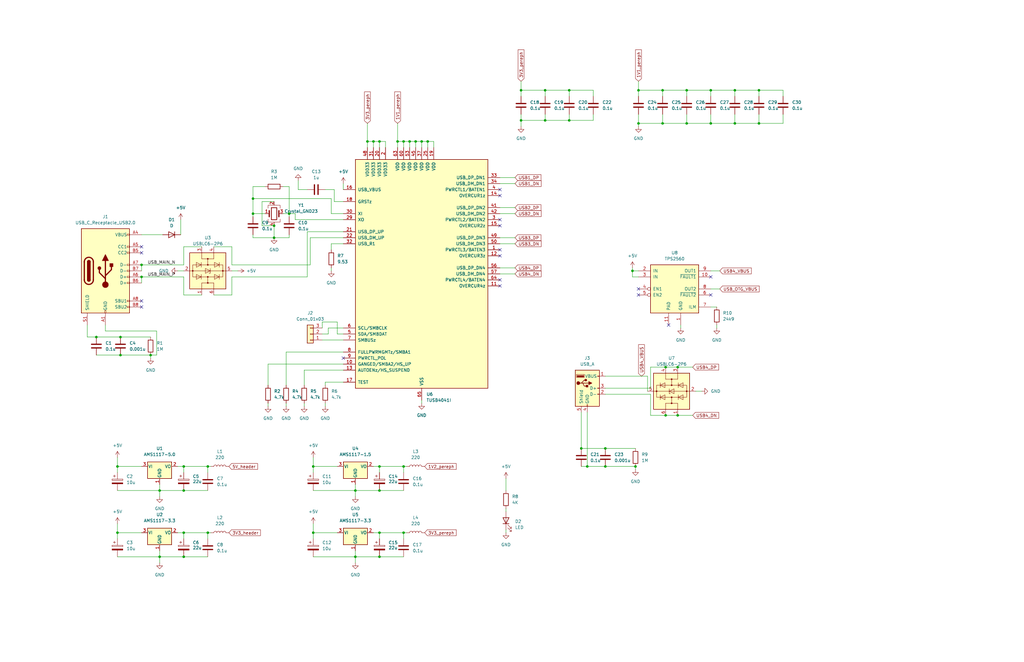
<source format=kicad_sch>
(kicad_sch (version 20211123) (generator eeschema)
  (paper "User" 431.8 279.4)
  (junction (at 167.64 59.69))
  (junction (at 170.18 59.69))
  (junction (at 49.53 196.85))
  (junction (at 154.94 59.69))
  (junction (at 77.47 207.01))
  (junction (at 299.72 38.1))
  (junction (at 50.8 142.24))
  (junction (at 175.26 59.69))
  (junction (at 269.24 52.07))
  (junction (at 77.47 196.85))
  (junction (at 149.86 234.95))
  (junction (at 87.63 224.79))
  (junction (at 255.27 196.85))
  (junction (at 289.56 38.1))
  (junction (at 160.02 196.85))
  (junction (at 280.67 154.94))
  (junction (at 121.92 90.17))
  (junction (at 240.03 38.1))
  (junction (at 106.68 90.17))
  (junction (at 266.7 114.3))
  (junction (at 269.24 38.1))
  (junction (at 59.69 116.84))
  (junction (at 299.72 52.07))
  (junction (at 115.57 100.33))
  (junction (at 320.04 52.07))
  (junction (at 285.75 175.26))
  (junction (at 67.31 234.95))
  (junction (at 132.08 224.79))
  (junction (at 160.02 207.01))
  (junction (at 172.72 59.69))
  (junction (at 77.47 234.95))
  (junction (at 49.53 224.79))
  (junction (at 289.56 52.07))
  (junction (at 180.34 59.69))
  (junction (at 132.08 196.85))
  (junction (at 106.68 83.82))
  (junction (at 320.04 38.1))
  (junction (at 267.97 196.85))
  (junction (at 177.8 59.69))
  (junction (at 279.4 52.07))
  (junction (at 63.5 149.86))
  (junction (at 40.64 142.24))
  (junction (at 309.88 52.07))
  (junction (at 255.27 189.23))
  (junction (at 280.67 175.26))
  (junction (at 240.03 50.8))
  (junction (at 160.02 234.95))
  (junction (at 160.02 224.79))
  (junction (at 87.63 196.85))
  (junction (at 245.11 189.23))
  (junction (at 309.88 38.1))
  (junction (at 157.48 59.69))
  (junction (at 77.47 224.79))
  (junction (at 279.4 38.1))
  (junction (at 160.02 59.69))
  (junction (at 229.87 50.8))
  (junction (at 50.8 149.86))
  (junction (at 219.71 50.8))
  (junction (at 285.75 154.94))
  (junction (at 170.18 224.79))
  (junction (at 170.18 196.85))
  (junction (at 67.31 207.01))
  (junction (at 229.87 38.1))
  (junction (at 247.65 196.85))
  (junction (at 149.86 207.01))
  (junction (at 219.71 38.1))
  (junction (at 59.69 111.76))
  (junction (at 115.57 95.25))
  (no_connect (at 59.69 104.14))
  (no_connect (at 59.69 106.68))
  (no_connect (at 59.69 127))
  (no_connect (at 59.69 129.54))
  (no_connect (at 299.72 116.84))
  (no_connect (at 299.72 124.46))
  (no_connect (at 269.24 124.46))
  (no_connect (at 269.24 121.92))
  (no_connect (at 281.94 137.16))
  (no_connect (at 144.78 151.13))
  (no_connect (at 210.82 80.01))
  (no_connect (at 210.82 82.55))
  (no_connect (at 210.82 92.71))
  (no_connect (at 210.82 95.25))
  (no_connect (at 210.82 105.41))
  (no_connect (at 210.82 107.95))
  (no_connect (at 210.82 118.11))
  (no_connect (at 210.82 120.65))
  (wire (pts (xy 289.56 40.64) (xy 289.56 38.1)))
  (wire (pts (xy 138.43 138.43) (xy 138.43 140.97)))
  (wire (pts (xy 97.79 116.84) (xy 97.79 124.46)))
  (wire (pts (xy 144.78 90.17) (xy 139.7 90.17)))
  (wire (pts (xy 77.47 224.79) (xy 87.63 224.79)))
  (wire (pts (xy 87.63 224.79) (xy 87.63 227.33)))
  (wire (pts (xy 49.53 196.85) (xy 59.69 196.85)))
  (wire (pts (xy 132.08 196.85) (xy 142.24 196.85)))
  (wire (pts (xy 77.47 111.76) (xy 77.47 104.14)))
  (wire (pts (xy 139.7 90.17) (xy 139.7 83.82)))
  (wire (pts (xy 97.79 111.76) (xy 130.81 111.76)))
  (wire (pts (xy 139.7 102.87) (xy 144.78 102.87)))
  (wire (pts (xy 125.73 80.01) (xy 129.54 80.01)))
  (wire (pts (xy 50.8 142.24) (xy 63.5 142.24)))
  (wire (pts (xy 330.2 48.26) (xy 330.2 52.07)))
  (wire (pts (xy 180.34 59.69) (xy 180.34 62.23)))
  (wire (pts (xy 132.08 227.33) (xy 132.08 224.79)))
  (wire (pts (xy 210.82 100.33) (xy 217.17 100.33)))
  (wire (pts (xy 125.73 76.2) (xy 125.73 80.01)))
  (wire (pts (xy 44.45 139.7) (xy 66.04 139.7)))
  (wire (pts (xy 219.71 34.29) (xy 219.71 38.1)))
  (wire (pts (xy 76.2 92.71) (xy 76.2 99.06)))
  (wire (pts (xy 77.47 227.33) (xy 77.47 224.79)))
  (wire (pts (xy 229.87 38.1) (xy 240.03 38.1)))
  (wire (pts (xy 219.71 48.26) (xy 219.71 50.8)))
  (wire (pts (xy 266.7 116.84) (xy 269.24 116.84)))
  (wire (pts (xy 142.24 135.89) (xy 135.89 135.89)))
  (wire (pts (xy 144.78 153.67) (xy 113.03 153.67)))
  (wire (pts (xy 172.72 59.69) (xy 172.72 62.23)))
  (wire (pts (xy 66.04 139.7) (xy 66.04 149.86)))
  (wire (pts (xy 130.81 100.33) (xy 144.78 100.33)))
  (wire (pts (xy 279.4 38.1) (xy 279.4 40.64)))
  (wire (pts (xy 219.71 38.1) (xy 219.71 40.64)))
  (wire (pts (xy 175.26 59.69) (xy 175.26 62.23)))
  (wire (pts (xy 144.78 92.71) (xy 124.46 92.71)))
  (wire (pts (xy 120.65 148.59) (xy 144.78 148.59)))
  (wire (pts (xy 149.86 234.95) (xy 149.86 237.49)))
  (wire (pts (xy 74.93 196.85) (xy 77.47 196.85)))
  (wire (pts (xy 77.47 207.01) (xy 87.63 207.01)))
  (wire (pts (xy 49.53 207.01) (xy 67.31 207.01)))
  (wire (pts (xy 132.08 207.01) (xy 149.86 207.01)))
  (wire (pts (xy 240.03 38.1) (xy 240.03 40.64)))
  (wire (pts (xy 130.81 111.76) (xy 130.81 100.33)))
  (wire (pts (xy 289.56 38.1) (xy 299.72 38.1)))
  (wire (pts (xy 139.7 105.41) (xy 139.7 102.87)))
  (wire (pts (xy 142.24 140.97) (xy 142.24 135.89)))
  (wire (pts (xy 157.48 196.85) (xy 160.02 196.85)))
  (wire (pts (xy 170.18 224.79) (xy 171.45 224.79)))
  (wire (pts (xy 135.89 143.51) (xy 144.78 143.51)))
  (wire (pts (xy 269.24 34.29) (xy 269.24 38.1)))
  (wire (pts (xy 137.16 170.18) (xy 137.16 171.45)))
  (wire (pts (xy 285.75 154.94) (xy 292.1 154.94)))
  (wire (pts (xy 67.31 207.01) (xy 67.31 204.47)))
  (wire (pts (xy 266.7 114.3) (xy 266.7 116.84)))
  (wire (pts (xy 137.16 161.29) (xy 144.78 161.29)))
  (wire (pts (xy 247.65 196.85) (xy 255.27 196.85)))
  (wire (pts (xy 320.04 38.1) (xy 330.2 38.1)))
  (wire (pts (xy 167.64 52.07) (xy 167.64 59.69)))
  (wire (pts (xy 219.71 50.8) (xy 229.87 50.8)))
  (wire (pts (xy 87.63 196.85) (xy 88.9 196.85)))
  (wire (pts (xy 67.31 207.01) (xy 67.31 209.55)))
  (wire (pts (xy 128.27 170.18) (xy 128.27 171.45)))
  (wire (pts (xy 240.03 50.8) (xy 250.19 50.8)))
  (wire (pts (xy 160.02 199.39) (xy 160.02 196.85)))
  (wire (pts (xy 299.72 52.07) (xy 309.88 52.07)))
  (wire (pts (xy 44.45 137.16) (xy 44.45 139.7)))
  (wire (pts (xy 49.53 220.98) (xy 49.53 224.79)))
  (wire (pts (xy 149.86 207.01) (xy 160.02 207.01)))
  (wire (pts (xy 49.53 224.79) (xy 59.69 224.79)))
  (wire (pts (xy 110.49 85.09) (xy 110.49 95.25)))
  (wire (pts (xy 121.92 78.74) (xy 121.92 90.17)))
  (wire (pts (xy 280.67 175.26) (xy 285.75 175.26)))
  (wire (pts (xy 160.02 196.85) (xy 170.18 196.85)))
  (wire (pts (xy 210.82 77.47) (xy 217.17 77.47)))
  (wire (pts (xy 129.54 97.79) (xy 144.78 97.79)))
  (wire (pts (xy 132.08 234.95) (xy 149.86 234.95)))
  (wire (pts (xy 266.7 113.03) (xy 266.7 114.3)))
  (wire (pts (xy 274.32 163.83) (xy 274.32 154.94)))
  (wire (pts (xy 50.8 149.86) (xy 63.5 149.86)))
  (wire (pts (xy 279.4 38.1) (xy 289.56 38.1)))
  (wire (pts (xy 149.86 234.95) (xy 149.86 232.41)))
  (wire (pts (xy 121.92 99.06) (xy 121.92 100.33)))
  (wire (pts (xy 67.31 234.95) (xy 77.47 234.95)))
  (wire (pts (xy 182.88 62.23) (xy 182.88 59.69)))
  (wire (pts (xy 137.16 162.56) (xy 137.16 161.29)))
  (wire (pts (xy 210.82 87.63) (xy 217.17 87.63)))
  (wire (pts (xy 124.46 92.71) (xy 124.46 90.17)))
  (wire (pts (xy 255.27 163.83) (xy 274.32 163.83)))
  (wire (pts (xy 267.97 196.85) (xy 267.97 198.12)))
  (wire (pts (xy 132.08 224.79) (xy 142.24 224.79)))
  (wire (pts (xy 287.02 137.16) (xy 287.02 138.43)))
  (wire (pts (xy 49.53 199.39) (xy 49.53 196.85)))
  (wire (pts (xy 106.68 90.17) (xy 111.76 90.17)))
  (wire (pts (xy 132.08 220.98) (xy 132.08 224.79)))
  (wire (pts (xy 97.79 114.3) (xy 100.33 114.3)))
  (wire (pts (xy 160.02 59.69) (xy 160.02 62.23)))
  (wire (pts (xy 74.93 114.3) (xy 77.47 114.3)))
  (wire (pts (xy 106.68 100.33) (xy 115.57 100.33)))
  (wire (pts (xy 213.36 223.52) (xy 213.36 224.79)))
  (wire (pts (xy 177.8 168.91) (xy 177.8 170.18)))
  (wire (pts (xy 135.89 135.89) (xy 135.89 138.43)))
  (wire (pts (xy 269.24 48.26) (xy 269.24 52.07)))
  (wire (pts (xy 210.82 113.03) (xy 217.17 113.03)))
  (wire (pts (xy 299.72 38.1) (xy 299.72 40.64)))
  (wire (pts (xy 280.67 154.94) (xy 285.75 154.94)))
  (wire (pts (xy 59.69 111.76) (xy 77.47 111.76)))
  (wire (pts (xy 160.02 234.95) (xy 170.18 234.95)))
  (wire (pts (xy 111.76 78.74) (xy 106.68 78.74)))
  (wire (pts (xy 77.47 116.84) (xy 77.47 124.46)))
  (wire (pts (xy 115.57 95.25) (xy 115.57 100.33)))
  (wire (pts (xy 289.56 48.26) (xy 289.56 52.07)))
  (wire (pts (xy 139.7 113.03) (xy 139.7 114.3)))
  (wire (pts (xy 240.03 38.1) (xy 250.19 38.1)))
  (wire (pts (xy 320.04 52.07) (xy 330.2 52.07)))
  (wire (pts (xy 144.78 140.97) (xy 142.24 140.97)))
  (wire (pts (xy 67.31 207.01) (xy 77.47 207.01)))
  (wire (pts (xy 229.87 48.26) (xy 229.87 50.8)))
  (wire (pts (xy 106.68 78.74) (xy 106.68 83.82)))
  (wire (pts (xy 162.56 62.23) (xy 162.56 59.69)))
  (wire (pts (xy 160.02 227.33) (xy 160.02 224.79)))
  (wire (pts (xy 269.24 52.07) (xy 269.24 53.34)))
  (wire (pts (xy 210.82 102.87) (xy 217.17 102.87)))
  (wire (pts (xy 137.16 80.01) (xy 140.97 80.01)))
  (wire (pts (xy 106.68 91.44) (xy 106.68 90.17)))
  (wire (pts (xy 210.82 115.57) (xy 217.17 115.57)))
  (wire (pts (xy 177.8 59.69) (xy 180.34 59.69)))
  (wire (pts (xy 132.08 199.39) (xy 132.08 196.85)))
  (wire (pts (xy 170.18 59.69) (xy 172.72 59.69)))
  (wire (pts (xy 245.11 189.23) (xy 255.27 189.23)))
  (wire (pts (xy 106.68 99.06) (xy 106.68 100.33)))
  (wire (pts (xy 87.63 196.85) (xy 87.63 199.39)))
  (wire (pts (xy 149.86 234.95) (xy 160.02 234.95)))
  (wire (pts (xy 128.27 156.21) (xy 128.27 162.56)))
  (wire (pts (xy 139.7 83.82) (xy 106.68 83.82)))
  (wire (pts (xy 250.19 48.26) (xy 250.19 50.8)))
  (wire (pts (xy 170.18 59.69) (xy 170.18 62.23)))
  (wire (pts (xy 77.47 234.95) (xy 87.63 234.95)))
  (wire (pts (xy 167.64 59.69) (xy 170.18 59.69)))
  (wire (pts (xy 49.53 227.33) (xy 49.53 224.79)))
  (wire (pts (xy 299.72 114.3) (xy 303.53 114.3)))
  (wire (pts (xy 320.04 48.26) (xy 320.04 52.07)))
  (wire (pts (xy 154.94 52.07) (xy 154.94 59.69)))
  (wire (pts (xy 140.97 80.01) (xy 140.97 85.09)))
  (wire (pts (xy 160.02 207.01) (xy 170.18 207.01)))
  (wire (pts (xy 87.63 224.79) (xy 88.9 224.79)))
  (wire (pts (xy 170.18 196.85) (xy 171.45 196.85)))
  (wire (pts (xy 320.04 38.1) (xy 320.04 40.64)))
  (wire (pts (xy 59.69 116.84) (xy 77.47 116.84)))
  (wire (pts (xy 49.53 193.04) (xy 49.53 196.85)))
  (wire (pts (xy 97.79 124.46) (xy 90.17 124.46)))
  (wire (pts (xy 149.86 207.01) (xy 149.86 209.55)))
  (wire (pts (xy 144.78 156.21) (xy 128.27 156.21)))
  (wire (pts (xy 36.83 137.16) (xy 36.83 142.24)))
  (wire (pts (xy 77.47 196.85) (xy 87.63 196.85)))
  (wire (pts (xy 170.18 196.85) (xy 170.18 199.39)))
  (wire (pts (xy 170.18 224.79) (xy 170.18 227.33)))
  (wire (pts (xy 309.88 38.1) (xy 320.04 38.1)))
  (wire (pts (xy 154.94 59.69) (xy 157.48 59.69)))
  (wire (pts (xy 255.27 166.37) (xy 274.32 166.37)))
  (wire (pts (xy 157.48 59.69) (xy 157.48 62.23)))
  (wire (pts (xy 309.88 38.1) (xy 309.88 40.64)))
  (wire (pts (xy 110.49 95.25) (xy 115.57 95.25)))
  (wire (pts (xy 110.49 85.09) (xy 115.57 85.09)))
  (wire (pts (xy 40.64 149.86) (xy 50.8 149.86)))
  (wire (pts (xy 229.87 38.1) (xy 229.87 40.64)))
  (wire (pts (xy 97.79 104.14) (xy 90.17 104.14)))
  (wire (pts (xy 177.8 59.69) (xy 177.8 62.23)))
  (wire (pts (xy 121.92 100.33) (xy 115.57 100.33)))
  (wire (pts (xy 66.04 149.86) (xy 63.5 149.86)))
  (wire (pts (xy 113.03 170.18) (xy 113.03 171.45)))
  (wire (pts (xy 274.32 175.26) (xy 280.67 175.26)))
  (wire (pts (xy 67.31 234.95) (xy 67.31 232.41)))
  (wire (pts (xy 77.47 199.39) (xy 77.47 196.85)))
  (wire (pts (xy 299.72 48.26) (xy 299.72 52.07)))
  (wire (pts (xy 266.7 114.3) (xy 269.24 114.3)))
  (wire (pts (xy 157.48 224.79) (xy 160.02 224.79)))
  (wire (pts (xy 140.97 85.09) (xy 144.78 85.09)))
  (wire (pts (xy 67.31 234.95) (xy 67.31 237.49)))
  (wire (pts (xy 157.48 59.69) (xy 160.02 59.69)))
  (wire (pts (xy 77.47 104.14) (xy 85.09 104.14)))
  (wire (pts (xy 97.79 111.76) (xy 97.79 104.14)))
  (wire (pts (xy 160.02 59.69) (xy 162.56 59.69)))
  (wire (pts (xy 279.4 52.07) (xy 289.56 52.07)))
  (wire (pts (xy 309.88 52.07) (xy 320.04 52.07)))
  (wire (pts (xy 113.03 153.67) (xy 113.03 162.56)))
  (wire (pts (xy 97.79 116.84) (xy 129.54 116.84)))
  (wire (pts (xy 250.19 40.64) (xy 250.19 38.1)))
  (wire (pts (xy 289.56 52.07) (xy 299.72 52.07)))
  (wire (pts (xy 273.05 165.1) (xy 273.05 158.75)))
  (wire (pts (xy 144.78 138.43) (xy 138.43 138.43)))
  (wire (pts (xy 293.37 165.1) (xy 295.91 165.1)))
  (wire (pts (xy 299.72 38.1) (xy 309.88 38.1)))
  (wire (pts (xy 240.03 48.26) (xy 240.03 50.8)))
  (wire (pts (xy 40.64 142.24) (xy 50.8 142.24)))
  (wire (pts (xy 132.08 193.04) (xy 132.08 196.85)))
  (wire (pts (xy 129.54 116.84) (xy 129.54 97.79)))
  (wire (pts (xy 299.72 121.92) (xy 303.53 121.92)))
  (wire (pts (xy 175.26 59.69) (xy 177.8 59.69)))
  (wire (pts (xy 59.69 111.76) (xy 59.69 114.3)))
  (wire (pts (xy 245.11 173.99) (xy 245.11 189.23)))
  (wire (pts (xy 274.32 154.94) (xy 280.67 154.94)))
  (wire (pts (xy 59.69 99.06) (xy 68.58 99.06)))
  (wire (pts (xy 255.27 158.75) (xy 273.05 158.75)))
  (wire (pts (xy 255.27 196.85) (xy 267.97 196.85)))
  (wire (pts (xy 299.72 129.54) (xy 302.26 129.54)))
  (wire (pts (xy 269.24 52.07) (xy 279.4 52.07)))
  (wire (pts (xy 229.87 50.8) (xy 240.03 50.8)))
  (wire (pts (xy 255.27 189.23) (xy 267.97 189.23)))
  (wire (pts (xy 149.86 207.01) (xy 149.86 204.47)))
  (wire (pts (xy 269.24 38.1) (xy 279.4 38.1)))
  (wire (pts (xy 120.65 162.56) (xy 120.65 148.59)))
  (wire (pts (xy 279.4 48.26) (xy 279.4 52.07)))
  (wire (pts (xy 285.75 175.26) (xy 292.1 175.26)))
  (wire (pts (xy 160.02 224.79) (xy 170.18 224.79)))
  (wire (pts (xy 302.26 137.16) (xy 302.26 138.43)))
  (wire (pts (xy 119.38 78.74) (xy 121.92 78.74)))
  (wire (pts (xy 219.71 38.1) (xy 229.87 38.1)))
  (wire (pts (xy 210.82 74.93) (xy 217.17 74.93)))
  (wire (pts (xy 247.65 173.99) (xy 247.65 196.85)))
  (wire (pts (xy 269.24 38.1) (xy 269.24 40.64)))
  (wire (pts (xy 154.94 59.69) (xy 154.94 62.23)))
  (wire (pts (xy 245.11 196.85) (xy 247.65 196.85)))
  (wire (pts (xy 144.78 77.47) (xy 144.78 80.01)))
  (wire (pts (xy 106.68 83.82) (xy 106.68 90.17)))
  (wire (pts (xy 180.34 59.69) (xy 182.88 59.69)))
  (wire (pts (xy 77.47 124.46) (xy 85.09 124.46)))
  (wire (pts (xy 36.83 142.24) (xy 40.64 142.24)))
  (wire (pts (xy 74.93 224.79) (xy 77.47 224.79)))
  (wire (pts (xy 121.92 90.17) (xy 121.92 91.44)))
  (wire (pts (xy 210.82 90.17) (xy 217.17 90.17)))
  (wire (pts (xy 172.72 59.69) (xy 175.26 59.69)))
  (wire (pts (xy 167.64 59.69) (xy 167.64 62.23)))
  (wire (pts (xy 219.71 50.8) (xy 219.71 53.34)))
  (wire (pts (xy 63.5 149.86) (xy 63.5 151.13)))
  (wire (pts (xy 59.69 116.84) (xy 59.69 119.38)))
  (wire (pts (xy 124.46 90.17) (xy 121.92 90.17)))
  (wire (pts (xy 49.53 234.95) (xy 67.31 234.95)))
  (wire (pts (xy 213.36 214.63) (xy 213.36 215.9)))
  (wire (pts (xy 274.32 166.37) (xy 274.32 175.26)))
  (wire (pts (xy 120.65 170.18) (xy 120.65 171.45)))
  (wire (pts (xy 309.88 48.26) (xy 309.88 52.07)))
  (wire (pts (xy 138.43 140.97) (xy 135.89 140.97)))
  (wire (pts (xy 330.2 40.64) (xy 330.2 38.1)))
  (wire (pts (xy 213.36 201.93) (xy 213.36 207.01)))
  (wire (pts (xy 119.38 90.17) (xy 121.92 90.17)))
  (label "USB_MAIN_N" (at 62.23 111.76 0))
  (label "USB_MAIN_P" (at 62.23 116.84 0))
  (global_label "USB4_DN" (shape input) (at 217.17 115.57 0) (property "Intersheet References" "${INTERSHEET_REFS}" (effects hide)))
  (global_label "USB4_VBUS" (shape input) (at 270.51 158.75 90) (property "Intersheet References" "${INTERSHEET_REFS}" (effects hide)))
  (global_label "1V2_pereph" (shape input) (at 179.07 196.85 0) (property "Intersheet References" "${INTERSHEET_REFS}" (effects hide)))
  (global_label "3V3_header" (shape input) (at 96.52 224.79 0) (property "Intersheet References" "${INTERSHEET_REFS}" (effects hide)))
  (global_label "1V1_pereph" (shape input) (at 269.24 34.29 90) (property "Intersheet References" "${INTERSHEET_REFS}" (effects hide)))
  (global_label "3V3_pereph" (shape input) (at 154.94 52.07 90) (property "Intersheet References" "${INTERSHEET_REFS}" (effects hide)))
  (global_label "USB4_VBUS" (shape input) (at 303.53 114.3 0) (property "Intersheet References" "${INTERSHEET_REFS}" (effects hide)))
  (global_label "USB_OTG_VBUS" (shape input) (at 303.53 121.92 0) (property "Intersheet References" "${INTERSHEET_REFS}" (effects hide)))
  (global_label "USB2_DP" (shape input) (at 217.17 87.63 0) (property "Intersheet References" "${INTERSHEET_REFS}" (effects hide)))
  (global_label "USB4_DP" (shape input) (at 217.17 113.03 0) (property "Intersheet References" "${INTERSHEET_REFS}" (effects hide)))
  (global_label "USB4_DP" (shape input) (at 292.1 154.94 0) (property "Intersheet References" "${INTERSHEET_REFS}" (effects hide)))
  (global_label "3V3_pereph" (shape input) (at 179.07 224.79 0) (property "Intersheet References" "${INTERSHEET_REFS}" (effects hide)))
  (global_label "USB2_DN" (shape input) (at 217.17 90.17 0) (property "Intersheet References" "${INTERSHEET_REFS}" (effects hide)))
  (global_label "1V1_pereph" (shape input) (at 167.64 52.07 90) (property "Intersheet References" "${INTERSHEET_REFS}" (effects hide)))
  (global_label "USB4_DN" (shape input) (at 292.1 175.26 0) (property "Intersheet References" "${INTERSHEET_REFS}" (effects hide)))
  (global_label "USB1_DP" (shape input) (at 217.17 74.93 0) (property "Intersheet References" "${INTERSHEET_REFS}" (effects hide)))
  (global_label "5V_header" (shape input) (at 96.52 196.85 0) (property "Intersheet References" "${INTERSHEET_REFS}" (effects hide)))
  (global_label "USB1_DN" (shape input) (at 217.17 77.47 0) (property "Intersheet References" "${INTERSHEET_REFS}" (effects hide)))
  (global_label "USB3_DP" (shape input) (at 217.17 100.33 0) (property "Intersheet References" "${INTERSHEET_REFS}" (effects hide)))
  (global_label "USB3_DN" (shape input) (at 217.17 102.87 0) (property "Intersheet References" "${INTERSHEET_REFS}" (effects hide)))
  (global_label "3V3_pereph" (shape input) (at 219.71 34.29 90) (property "Intersheet References" "${INTERSHEET_REFS}" (effects hide)))
  (symbol (lib_id "Device:R") (at 63.5 146.05 0) (unit 1)
    (property "Reference" "R1" (at 66.04 144.7799 0) (effects (justify left)))
    (property "Value" "1M" (at 66.04 147.3199 0) (effects (justify left)))
    (property "Footprint" "Resistor_SMD:R_0603_1608Metric_Pad0.98x0.95mm_HandSolder" (effects hide))
  )
  (symbol (lib_id "Interface_USB:TPS2560") (at 284.48 121.92 0) (unit 1)
    (property "Reference" "U8" (at 284.48 106.68 0))
    (property "Value" "TPS2560" (at 284.48 109.22 0))
    (property "Footprint" "Package_SON:VSON-10-1EP_3x3mm_P0.5mm_EP1.65x2.4mm" (effects hide))
    (property "Datasheet" "http://www.ti.com/lit/ds/symlink/tps2560.pdf" (effects hide))
  )
  (symbol (lib_id "Device:D") (at 72.39 99.06 180) (unit 1)
    (property "Reference" "D1" (at 72.39 92.71 0))
    (property "Value" "D" (at 72.39 95.25 0))
    (property "Footprint" "Diode_SMD:D_0805_2012Metric_Pad1.15x1.40mm_HandSolder" (effects hide))
  )
  (symbol (lib_id "power:GND") (at 287.02 138.43 0) (unit 1)
    (property "Reference" "#PWR028" (effects hide))
    (property "Value" "GND" (at 287.02 143.51 0))
  )
  (symbol (lib_id "Device:C") (at 170.18 203.2 0) (unit 1)
    (property "Reference" "C16" (at 173.99 201.9299 0) (effects (justify left)))
    (property "Value" "0.1u" (at 173.99 204.4699 0) (effects (justify left)))
    (property "Footprint" "Capacitor_SMD:C_0805_2012Metric_Pad1.18x1.45mm_HandSolder" (effects hide))
  )
  (symbol (lib_id "Device:R") (at 115.57 78.74 90) (unit 1)
    (property "Reference" "R3" (at 115.57 72.39 90))
    (property "Value" "1M" (at 115.57 74.93 90))
    (property "Footprint" "Resistor_SMD:R_0603_1608Metric_Pad0.98x0.95mm_HandSolder" (effects hide))
  )
  (symbol (lib_id "Device:C") (at 229.87 44.45 0) (unit 1)
    (property "Reference" "C19" (at 233.68 43.1799 0) (effects (justify left)))
    (property "Value" "0.1u" (at 233.68 45.7199 0) (effects (justify left)))
    (property "Footprint" "Capacitor_SMD:C_0603_1608Metric_Pad1.08x0.95mm_HandSolder" (effects hide))
  )
  (symbol (lib_id "Regulator_Linear:AMS1117-3.3") (at 67.31 224.79 0) (unit 1)
    (property "Reference" "U2" (at 67.31 217.17 0))
    (property "Value" "AMS1117-3.3" (at 67.31 219.71 0))
    (property "Footprint" "Package_TO_SOT_SMD:SOT-223-3_TabPin2" (effects hide))
    (property "Datasheet" "http://www.advanced-monolithic.com/pdf/ds1117.pdf" (effects hide))
  )
  (symbol (lib_id "Device:R") (at 302.26 133.35 0) (unit 1)
    (property "Reference" "R10" (at 304.8 132.0799 0) (effects (justify left)))
    (property "Value" "24k9" (at 304.8 134.6199 0) (effects (justify left)))
    (property "Footprint" "Resistor_SMD:R_0603_1608Metric_Pad0.98x0.95mm_HandSolder" (effects hide))
  )
  (symbol (lib_id "Device:C_Polarized") (at 132.08 203.2 0) (unit 1)
    (property "Reference" "C11" (at 135.89 201.0409 0) (effects (justify left)))
    (property "Value" "10u" (at 135.89 203.5809 0) (effects (justify left)))
    (property "Footprint" "Capacitor_Tantalum_SMD:CP_EIA-6032-15_Kemet-U_Pad2.25x2.35mm_HandSolder" (effects hide))
  )
  (symbol (lib_id "Interface_USB:TUSB4041I") (at 177.8 115.57 0) (unit 1)
    (property "Reference" "U6" (at 179.8194 166.37 0) (effects (justify left)))
    (property "Value" "TUSB4041I" (at 179.8194 168.91 0) (effects (justify left)))
    (property "Footprint" "Package_QFP:HTQFP-64-1EP_10x10mm_P0.5mm_EP8x8mm_Mask4.4x4.4mm_ThermalVias" (effects hide))
    (property "Datasheet" "http://www.ti.com/lit/ds/symlink/tusb4041i.pdf" (effects hide))
  )
  (symbol (lib_id "Power_Protection:USBLC6-2P6") (at 87.63 114.3 270) (mirror x) (unit 1)
    (property "Reference" "U3" (at 87.63 100.33 90))
    (property "Value" "USBLC6-2P6" (at 87.63 102.87 90))
    (property "Footprint" "Package_TO_SOT_SMD:SOT-666" (effects hide))
    (property "Datasheet" "https://www.st.com/resource/en/datasheet/usblc6-2.pdf" (effects hide))
  )
  (symbol (lib_id "Device:C_Polarized") (at 160.02 203.2 0) (unit 1)
    (property "Reference" "C14" (at 163.83 201.0409 0) (effects (justify left)))
    (property "Value" "22u" (at 163.83 203.2 0) (effects (justify left)))
    (property "Footprint" "Capacitor_Tantalum_SMD:CP_EIA-6032-15_Kemet-U_Pad2.25x2.35mm_HandSolder" (effects hide))
  )
  (symbol (lib_id "Device:C") (at 106.68 95.25 0) (unit 1)
    (property "Reference" "C9" (at 110.49 93.9799 0) (effects (justify left)))
    (property "Value" "0.1u" (at 110.49 96.5199 0) (effects (justify left)))
    (property "Footprint" "Capacitor_SMD:C_0603_1608Metric_Pad1.08x0.95mm_HandSolder" (effects hide))
  )
  (symbol (lib_id "Device:C") (at 309.88 44.45 0) (unit 1)
    (property "Reference" "C28" (at 313.69 43.1799 0) (effects (justify left)))
    (property "Value" "0.1u" (at 313.69 45.7199 0) (effects (justify left)))
    (property "Footprint" "Capacitor_SMD:C_0603_1608Metric_Pad1.08x0.95mm_HandSolder" (effects hide))
  )
  (symbol (lib_id "Connector:USB_A") (at 247.65 163.83 0) (unit 1)
    (property "Reference" "J3" (at 247.65 151.13 0))
    (property "Value" "USB_A" (at 247.65 153.67 0))
    (property "Footprint" "Connector_USB:USB_A_Molex_67643_Horizontal" (effects hide))
    (property "Datasheet" " ~" (effects hide))
  )
  (symbol (lib_id "Device:C_Polarized") (at 77.47 203.2 0) (unit 1)
    (property "Reference" "C5" (at 81.28 201.0409 0) (effects (justify left)))
    (property "Value" "22u" (at 81.28 203.2 0) (effects (justify left)))
    (property "Footprint" "Capacitor_Tantalum_SMD:CP_EIA-6032-15_Kemet-U_Pad2.25x2.35mm_HandSolder" (effects hide))
  )
  (symbol (lib_id "power:+5V") (at 49.53 220.98 0) (unit 1)
    (property "Reference" "#PWR02" (effects hide))
    (property "Value" "+5V" (at 49.53 215.9 0))
  )
  (symbol (lib_id "power:GND") (at 295.91 165.1 90) (unit 1)
    (property "Reference" "#PWR029" (effects hide))
    (property "Value" "GND" (at 299.72 165.0999 90) (effects (justify right)))
  )
  (symbol (lib_id "Device:R") (at 139.7 109.22 0) (unit 1)
    (property "Reference" "R7" (at 142.24 107.9499 0) (effects (justify left)))
    (property "Value" "9.53" (at 142.24 110.4899 0) (effects (justify left)))
    (property "Footprint" "Resistor_SMD:R_0603_1608Metric_Pad0.98x0.95mm_HandSolder" (effects hide))
  )
  (symbol (lib_id "Device:C") (at 269.24 44.45 0) (unit 1)
    (property "Reference" "C24" (at 273.05 43.1799 0) (effects (justify left)))
    (property "Value" "0.1u" (at 273.05 45.7199 0) (effects (justify left)))
    (property "Footprint" "Capacitor_SMD:C_0603_1608Metric_Pad1.08x0.95mm_HandSolder" (effects hide))
  )
  (symbol (lib_id "power:GND") (at 113.03 171.45 0) (unit 1)
    (property "Reference" "#PWR09" (effects hide))
    (property "Value" "GND" (at 113.03 176.53 0))
  )
  (symbol (lib_id "power:GND") (at 120.65 171.45 0) (unit 1)
    (property "Reference" "#PWR011" (effects hide))
    (property "Value" "GND" (at 120.65 176.53 0))
  )
  (symbol (lib_id "power:GND") (at 137.16 171.45 0) (unit 1)
    (property "Reference" "#PWR016" (effects hide))
    (property "Value" "GND" (at 137.16 176.53 0))
  )
  (symbol (lib_id "power:GND") (at 213.36 224.79 0) (unit 1)
    (property "Reference" "#PWR023" (effects hide))
    (property "Value" "GND" (at 213.36 229.87 0))
  )
  (symbol (lib_id "Device:Crystal_GND24") (at 115.57 90.17 0) (unit 1)
    (property "Reference" "Y1" (at 127 86.5886 0))
    (property "Value" "Crystal_GND23" (at 127 89.1286 0))
    (property "Footprint" "Crystal:Crystal_SMD_2520-4Pin_2.5x2.0mm" (effects hide))
  )
  (symbol (lib_id "Device:C") (at 250.19 44.45 0) (unit 1)
    (property "Reference" "C22" (at 254 43.1799 0) (effects (justify left)))
    (property "Value" "0.1u" (at 254 45.7199 0) (effects (justify left)))
    (property "Footprint" "Capacitor_SMD:C_0603_1608Metric_Pad1.08x0.95mm_HandSolder" (effects hide))
  )
  (symbol (lib_id "Device:C_Polarized") (at 49.53 231.14 0) (unit 1)
    (property "Reference" "C3" (at 53.34 228.9809 0) (effects (justify left)))
    (property "Value" "10u" (at 53.34 231.5209 0) (effects (justify left)))
    (property "Footprint" "Capacitor_Tantalum_SMD:CP_EIA-6032-15_Kemet-U_Pad2.25x2.35mm_HandSolder" (effects hide))
  )
  (symbol (lib_id "Device:C_Polarized") (at 132.08 231.14 0) (unit 1)
    (property "Reference" "C12" (at 135.89 228.9809 0) (effects (justify left)))
    (property "Value" "10u" (at 135.89 231.5209 0) (effects (justify left)))
    (property "Footprint" "Capacitor_Tantalum_SMD:CP_EIA-6032-15_Kemet-U_Pad2.25x2.35mm_HandSolder" (effects hide))
  )
  (symbol (lib_id "Device:C_Polarized") (at 77.47 231.14 0) (unit 1)
    (property "Reference" "C6" (at 81.28 228.9809 0) (effects (justify left)))
    (property "Value" "22u" (at 81.28 231.14 0) (effects (justify left)))
    (property "Footprint" "Capacitor_Tantalum_SMD:CP_EIA-6032-15_Kemet-U_Pad2.25x2.35mm_HandSolder" (effects hide))
  )
  (symbol (lib_id "power:+5V") (at 266.7 113.03 0) (unit 1)
    (property "Reference" "#PWR025" (effects hide))
    (property "Value" "+5V" (at 266.7 107.95 0))
  )
  (symbol (lib_id "power:GND") (at 67.31 209.55 0) (unit 1)
    (property "Reference" "#PWR04" (effects hide))
    (property "Value" "GND" (at 67.31 214.63 0))
  )
  (symbol (lib_id "Device:R") (at 128.27 166.37 0) (unit 1)
    (property "Reference" "R5" (at 130.81 165.0999 0) (effects (justify left)))
    (property "Value" "4.7k" (at 130.81 167.6399 0) (effects (justify left)))
    (property "Footprint" "Resistor_SMD:R_0603_1608Metric_Pad0.98x0.95mm_HandSolder" (effects hide))
  )
  (symbol (lib_id "power:GND") (at 149.86 237.49 0) (unit 1)
    (property "Reference" "#PWR020" (effects hide))
    (property "Value" "GND" (at 149.86 242.57 0))
  )
  (symbol (lib_id "power:GND") (at 139.7 114.3 0) (unit 1)
    (property "Reference" "#PWR017" (effects hide))
    (property "Value" "GND" (at 139.7 119.38 0))
  )
  (symbol (lib_id "Device:R") (at 113.03 166.37 0) (unit 1)
    (property "Reference" "R2" (at 115.57 165.0999 0) (effects (justify left)))
    (property "Value" "4.7k" (at 115.57 167.6399 0) (effects (justify left)))
    (property "Footprint" "Resistor_SMD:R_0603_1608Metric_Pad0.98x0.95mm_HandSolder" (effects hide))
  )
  (symbol (lib_id "Device:C_Polarized") (at 49.53 203.2 0) (unit 1)
    (property "Reference" "C2" (at 53.34 201.0409 0) (effects (justify left)))
    (property "Value" "10u" (at 53.34 203.5809 0) (effects (justify left)))
    (property "Footprint" "Capacitor_Tantalum_SMD:CP_EIA-6032-15_Kemet-U_Pad2.25x2.35mm_HandSolder" (effects hide))
  )
  (symbol (lib_id "Device:C") (at 87.63 231.14 0) (unit 1)
    (property "Reference" "C8" (at 91.44 229.8699 0) (effects (justify left)))
    (property "Value" "0.1u" (at 91.44 232.4099 0) (effects (justify left)))
    (property "Footprint" "Capacitor_SMD:C_0805_2012Metric_Pad1.18x1.45mm_HandSolder" (effects hide))
  )
  (symbol (lib_id "Device:C") (at 240.03 44.45 0) (unit 1)
    (property "Reference" "C20" (at 243.84 43.1799 0) (effects (justify left)))
    (property "Value" "0.1u" (at 243.84 45.7199 0) (effects (justify left)))
    (property "Footprint" "Capacitor_SMD:C_0603_1608Metric_Pad1.08x0.95mm_HandSolder" (effects hide))
  )
  (symbol (lib_id "power:GND") (at 63.5 151.13 0) (unit 1)
    (property "Reference" "#PWR03" (effects hide))
    (property "Value" "GND" (at 63.5 156.21 0))
  )
  (symbol (lib_id "power:GND") (at 115.57 100.33 0) (unit 1)
    (property "Reference" "#PWR010" (effects hide))
    (property "Value" "GND" (at 115.57 105.41 0))
  )
  (symbol (lib_id "power:GND") (at 302.26 138.43 0) (unit 1)
    (property "Reference" "#PWR030" (effects hide))
    (property "Value" "GND" (at 302.26 143.51 0))
  )
  (symbol (lib_id "power:GND") (at 125.73 76.2 180) (unit 1)
    (property "Reference" "#PWR012" (effects hide))
    (property "Value" "GND" (at 125.73 71.12 0))
  )
  (symbol (lib_id "Device:C") (at 279.4 44.45 0) (unit 1)
    (property "Reference" "C25" (at 283.21 43.1799 0) (effects (justify left)))
    (property "Value" "0.1u" (at 283.21 45.7199 0) (effects (justify left)))
    (property "Footprint" "Capacitor_SMD:C_0603_1608Metric_Pad1.08x0.95mm_HandSolder" (effects hide))
  )
  (symbol (lib_id "Device:C") (at 245.11 193.04 0) (unit 1)
    (property "Reference" "C21" (at 248.92 191.7699 0) (effects (justify left)))
    (property "Value" "0.1u" (at 248.92 194.3099 0) (effects (justify left)))
    (property "Footprint" "Capacitor_SMD:C_0603_1608Metric_Pad1.08x0.95mm_HandSolder" (effects hide))
  )
  (symbol (lib_id "Device:L") (at 92.71 224.79 90) (unit 1)
    (property "Reference" "L2" (at 92.71 218.44 90))
    (property "Value" "220" (at 92.71 220.98 90))
    (property "Footprint" "Inductor_SMD:L_2010_5025Metric_Pad1.52x2.65mm_HandSolder" (effects hide))
  )
  (symbol (lib_id "power:+5V") (at 132.08 193.04 0) (unit 1)
    (property "Reference" "#PWR014" (effects hide))
    (property "Value" "+5V" (at 132.08 187.96 0))
  )
  (symbol (lib_id "Device:C") (at 133.35 80.01 90) (unit 1)
    (property "Reference" "C13" (at 133.35 72.39 90))
    (property "Value" "1u" (at 133.35 74.93 90))
    (property "Footprint" "Capacitor_SMD:C_0603_1608Metric_Pad1.08x0.95mm_HandSolder" (effects hide))
  )
  (symbol (lib_id "Connector:USB_C_Receptacle_USB2.0") (at 44.45 114.3 0) (unit 1)
    (property "Reference" "J1" (at 44.45 91.44 0))
    (property "Value" "USB_C_Receptacle_USB2.0" (at 44.45 93.98 0))
    (property "Footprint" "Connector_USB:USB_C_Receptacle_HRO_TYPE-C-31-M-12" (effects hide))
    (property "Datasheet" "https://www.usb.org/sites/default/files/documents/usb_type-c.zip" (effects hide))
  )
  (symbol (lib_id "Device:L") (at 175.26 196.85 90) (unit 1)
    (property "Reference" "L3" (at 175.26 190.5 90))
    (property "Value" "220" (at 175.26 193.04 90))
    (property "Footprint" "Inductor_SMD:L_2010_5025Metric_Pad1.52x2.65mm_HandSolder" (effects hide))
  )
  (symbol (lib_id "power:+5V") (at 76.2 92.71 0) (unit 1)
    (property "Reference" "#PWR07" (effects hide))
    (property "Value" "+5V" (at 76.2 87.63 0))
  )
  (symbol (lib_id "power:+5V") (at 213.36 201.93 0) (unit 1)
    (property "Reference" "#PWR022" (effects hide))
    (property "Value" "+5V" (at 213.36 196.85 0))
  )
  (symbol (lib_id "Device:LED") (at 213.36 219.71 90) (unit 1)
    (property "Reference" "D2" (at 217.17 220.0274 90) (effects (justify right)))
    (property "Value" "LED" (at 217.17 222.5674 90) (effects (justify right)))
    (property "Footprint" "LED_SMD:LED_0805_2012Metric_Pad1.15x1.40mm_HandSolder" (effects hide))
  )
  (symbol (lib_id "Device:C") (at 330.2 44.45 0) (unit 1)
    (property "Reference" "C30" (at 334.01 43.1799 0) (effects (justify left)))
    (property "Value" "0.1u" (at 334.01 45.7199 0) (effects (justify left)))
    (property "Footprint" "Capacitor_SMD:C_0603_1608Metric_Pad1.08x0.95mm_HandSolder" (effects hide))
  )
  (symbol (lib_id "power:GND") (at 267.97 198.12 0) (unit 1)
    (property "Reference" "#PWR026" (effects hide))
    (property "Value" "GND" (at 267.97 203.2 0))
  )
  (symbol (lib_id "power:GND") (at 149.86 209.55 0) (unit 1)
    (property "Reference" "#PWR019" (effects hide))
    (property "Value" "GND" (at 149.86 214.63 0))
  )
  (symbol (lib_id "power:GND") (at 74.93 114.3 270) (unit 1)
    (property "Reference" "#PWR08" (effects hide))
    (property "Value" "GND" (at 71.12 114.2999 90) (effects (justify right)))
  )
  (symbol (lib_id "Device:C") (at 50.8 146.05 0) (unit 1)
    (property "Reference" "C4" (at 54.61 144.7799 0) (effects (justify left)))
    (property "Value" "0.001u" (at 54.61 147.3199 0) (effects (justify left)))
    (property "Footprint" "Capacitor_SMD:C_0603_1608Metric_Pad1.08x0.95mm_HandSolder" (effects hide))
  )
  (symbol (lib_id "Power_Protection:USBLC6-2P6") (at 283.21 165.1 90) (unit 1)
    (property "Reference" "U7" (at 283.21 151.13 90))
    (property "Value" "USBLC6-2P6" (at 283.21 153.67 90))
    (property "Footprint" "Package_TO_SOT_SMD:SOT-666" (effects hide))
    (property "Datasheet" "https://www.st.com/resource/en/datasheet/usblc6-2.pdf" (effects hide))
  )
  (symbol (lib_id "power:GND") (at 128.27 171.45 0) (unit 1)
    (property "Reference" "#PWR013" (effects hide))
    (property "Value" "GND" (at 128.27 176.53 0))
  )
  (symbol (lib_id "Device:C") (at 87.63 203.2 0) (unit 1)
    (property "Reference" "C7" (at 91.44 201.9299 0) (effects (justify left)))
    (property "Value" "0.1u" (at 91.44 204.4699 0) (effects (justify left)))
    (property "Footprint" "Capacitor_SMD:C_0805_2012Metric_Pad1.18x1.45mm_HandSolder" (effects hide))
  )
  (symbol (lib_id "power:+5V") (at 144.78 77.47 0) (unit 1)
    (property "Reference" "#PWR018" (effects hide))
    (property "Value" "+5V" (at 144.78 72.39 0))
  )
  (symbol (lib_id "Regulator_Linear:AMS1117-1.5") (at 149.86 196.85 0) (unit 1)
    (property "Reference" "U4" (at 149.86 189.23 0))
    (property "Value" "AMS1117-1.5" (at 149.86 191.77 0))
    (property "Footprint" "Package_TO_SOT_SMD:SOT-223-3_TabPin2" (effects hide))
    (property "Datasheet" "http://www.advanced-monolithic.com/pdf/ds1117.pdf" (effects hide))
  )
  (symbol (lib_id "Device:C") (at 320.04 44.45 0) (unit 1)
    (property "Reference" "C29" (at 323.85 43.1799 0) (effects (justify left)))
    (property "Value" "0.1u" (at 323.85 45.7199 0) (effects (justify left)))
    (property "Footprint" "Capacitor_SMD:C_0603_1608Metric_Pad1.08x0.95mm_HandSolder" (effects hide))
  )
  (symbol (lib_id "Device:R") (at 120.65 166.37 0) (unit 1)
    (property "Reference" "R4" (at 123.19 165.0999 0) (effects (justify left)))
    (property "Value" "4.7k" (at 123.19 167.6399 0) (effects (justify left)))
    (property "Footprint" "Resistor_SMD:R_0603_1608Metric_Pad0.98x0.95mm_HandSolder" (effects hide))
  )
  (symbol (lib_id "Device:C") (at 255.27 193.04 0) (unit 1)
    (property "Reference" "C23" (at 259.08 191.7699 0) (effects (justify left)))
    (property "Value" "0.001u" (at 259.08 194.3099 0) (effects (justify left)))
    (property "Footprint" "Capacitor_SMD:C_0603_1608Metric_Pad1.08x0.95mm_HandSolder" (effects hide))
  )
  (symbol (lib_id "Device:C") (at 219.71 44.45 0) (unit 1)
    (property "Reference" "C18" (at 223.52 43.1799 0) (effects (justify left)))
    (property "Value" "0.1u" (at 223.52 45.7199 0) (effects (justify left)))
    (property "Footprint" "Capacitor_SMD:C_0603_1608Metric_Pad1.08x0.95mm_HandSolder" (effects hide))
  )
  (symbol (lib_id "power:GND") (at 269.24 53.34 0) (unit 1)
    (property "Reference" "#PWR027" (effects hide))
    (property "Value" "GND" (at 269.24 58.42 0))
  )
  (symbol (lib_id "Device:R") (at 213.36 210.82 0) (unit 1)
    (property "Reference" "R8" (at 215.9 209.5499 0) (effects (justify left)))
    (property "Value" "4K" (at 215.9 212.0899 0) (effects (justify left)))
    (property "Footprint" "Resistor_SMD:R_0603_1608Metric_Pad0.98x0.95mm_HandSolder" (effects hide))
  )
  (symbol (lib_id "power:GND") (at 177.8 170.18 0) (unit 1)
    (property "Reference" "#PWR021" (effects hide))
    (property "Value" "GND" (at 177.8 175.26 0))
  )
  (symbol (lib_id "power:GND") (at 219.71 53.34 0) (unit 1)
    (property "Reference" "#PWR024" (effects hide))
    (property "Value" "GND" (at 219.71 58.42 0))
  )
  (symbol (lib_id "Regulator_Linear:AMS1117-3.3") (at 149.86 224.79 0) (unit 1)
    (property "Reference" "U5" (at 149.86 217.17 0))
    (property "Value" "AMS1117-3.3" (at 149.86 219.71 0))
    (property "Footprint" "Package_TO_SOT_SMD:SOT-223-3_TabPin2" (effects hide))
    (property "Datasheet" "http://www.advanced-monolithic.com/pdf/ds1117.pdf" (effects hide))
  )
  (symbol (lib_id "power:+5V") (at 100.33 114.3 270) (unit 1)
    (property "Reference" "#PWR06" (effects hide))
    (property "Value" "+5V" (at 107.95 114.3 90) (effects (justify right)))
  )
  (symbol (lib_id "Device:R") (at 267.97 193.04 0) (unit 1)
    (property "Reference" "R9" (at 270.51 191.7699 0) (effects (justify left)))
    (property "Value" "1M" (at 270.51 194.3099 0) (effects (justify left)))
    (property "Footprint" "Resistor_SMD:R_0603_1608Metric_Pad0.98x0.95mm_HandSolder" (effects hide))
  )
  (symbol (lib_id "Device:L") (at 92.71 196.85 90) (unit 1)
    (property "Reference" "L1" (at 92.71 190.5 90))
    (property "Value" "220" (at 92.71 193.04 90))
    (property "Footprint" "Inductor_SMD:L_2010_5025Metric_Pad1.52x2.65mm_HandSolder" (effects hide))
  )
  (symbol (lib_id "Device:R") (at 137.16 166.37 0) (unit 1)
    (property "Reference" "R6" (at 139.7 165.0999 0) (effects (justify left)))
    (property "Value" "4.7k" (at 139.7 167.6399 0) (effects (justify left)))
    (property "Footprint" "Resistor_SMD:R_0603_1608Metric_Pad0.98x0.95mm_HandSolder" (effects hide))
  )
  (symbol (lib_id "Connector_Generic:Conn_01x03") (at 130.81 140.97 180) (unit 1)
    (property "Reference" "J2" (at 130.81 132.08 0))
    (property "Value" "Conn_01x03" (at 130.81 134.62 0))
    (property "Footprint" "Connector_PinHeader_2.54mm:PinHeader_1x03_P2.54mm_Vertical" (effects hide))
  )
  (symbol (lib_id "Device:C") (at 170.18 231.14 0) (unit 1)
    (property "Reference" "C17" (at 173.99 229.8699 0) (effects (justify left)))
    (property "Value" "0.1u" (at 173.99 232.4099 0) (effects (justify left)))
    (property "Footprint" "Capacitor_SMD:C_0805_2012Metric_Pad1.18x1.45mm_HandSolder" (effects hide))
  )
  (symbol (lib_id "power:+5V") (at 49.53 193.04 0) (unit 1)
    (property "Reference" "#PWR01" (effects hide))
    (property "Value" "+5V" (at 49.53 187.96 0))
  )
  (symbol (lib_id "power:+5V") (at 132.08 220.98 0) (unit 1)
    (property "Reference" "#PWR015" (effects hide))
    (property "Value" "+5V" (at 132.08 215.9 0))
  )
  (symbol (lib_id "Device:C_Polarized") (at 160.02 231.14 0) (unit 1)
    (property "Reference" "C15" (at 163.83 228.9809 0) (effects (justify left)))
    (property "Value" "22u" (at 163.83 231.14 0) (effects (justify left)))
    (property "Footprint" "Capacitor_Tantalum_SMD:CP_EIA-6032-15_Kemet-U_Pad2.25x2.35mm_HandSolder" (effects hide))
  )
  (symbol (lib_id "Device:C") (at 121.92 95.25 0) (unit 1)
    (property "Reference" "C10" (at 125.73 93.9799 0) (effects (justify left)))
    (property "Value" "0.1u" (at 125.73 96.5199 0) (effects (justify left)))
    (property "Footprint" "Capacitor_SMD:C_0603_1608Metric_Pad1.08x0.95mm_HandSolder" (effects hide))
  )
  (symbol (lib_id "Device:C") (at 299.72 44.45 0) (unit 1)
    (property "Reference" "C27" (at 303.53 43.1799 0) (effects (justify left)))
    (property "Value" "0.1u" (at 303.53 45.7199 0) (effects (justify left)))
    (property "Footprint" "Capacitor_SMD:C_0603_1608Metric_Pad1.08x0.95mm_HandSolder" (effects hide))
  )
  (symbol (lib_id "Regulator_Linear:AMS1117-5.0") (at 67.31 196.85 0) (unit 1)
    (property "Reference" "U1" (at 67.31 189.23 0))
    (property "Value" "AMS1117-5.0" (at 67.31 191.77 0))
    (property "Footprint" "Package_TO_SOT_SMD:SOT-223-3_TabPin2" (effects hide))
    (property "Datasheet" "http://www.advanced-monolithic.com/pdf/ds1117.pdf" (effects hide))
  )
  (symbol (lib_id "Device:C") (at 40.64 146.05 0) (unit 1)
    (property "Reference" "C1" (at 44.45 144.7799 0) (effects (justify left)))
    (property "Value" "0.1u" (at 44.45 147.3199 0) (effects (justify left)))
    (property "Footprint" "Capacitor_SMD:C_0603_1608Metric_Pad1.08x0.95mm_HandSolder" (effects hide))
  )
  (symbol (lib_id "Device:L") (at 175.26 224.79 90) (unit 1)
    (property "Reference" "L4" (at 175.26 218.44 90))
    (property "Value" "220" (at 175.26 220.98 90))
    (property "Footprint" "Inductor_SMD:L_2010_5025Metric_Pad1.52x2.65mm_HandSolder" (effects hide))
  )
  (symbol (lib_id "Device:C") (at 289.56 44.45 0) (unit 1)
    (property "Reference" "C26" (at 293.37 43.1799 0) (effects (justify left)))
    (property "Value" "0.1u" (at 293.37 45.7199 0) (effects (justify left)))
    (property "Footprint" "Capacitor_SMD:C_0603_1608Metric_Pad1.08x0.95mm_HandSolder" (effects hide))
  )
  (symbol (lib_id "power:GND") (at 67.31 237.49 0) (unit 1)
    (property "Reference" "#PWR05" (effects hide))
    (property "Value" "GND" (at 67.31 242.57 0))
  )
  (sheet (at 842.01 -43.18) (size 266.7 115.57) (stroke (width 0.1524))
    (property "Sheet name" "FPGA" (at 842.01 -43.8916 0) (effects (justify left bottom)))
    (property "Sheet file" "FPGA.kicad_sch" (at 842.01 72.9746 0) (effects (justify left top)))
  )
  (sheet (at 530.86 231.14) (size 236.22 115.57) (stroke (width 0.1524))
    (property "Sheet name" "ESP32" (at 530.86 230.4284 0) (effects (justify left bottom)))
    (property "Sheet file" "esp32.kicad_sch" (at 530.86 347.2946 0) (effects (justify left top)))
  )
  (sheet (at 1143 101.6) (size 229.87 100.33) (stroke (width 0.1524))
    (property "Sheet name" "ETHERNET+OTG" (at 1143 100.8884 0) (effects (justify left bottom)))
    (property "Sheet file" "stm32_ex.kicad_sch" (at 1143 202.5146 0) (effects (justify left top)))
  )
  (sheet (at 530.86 96.52) (size 237.49 107.95) (stroke (width 0.1524))
    (property "Sheet name" "ST-Link V2" (at 530.86 95.8084 0) (effects (justify left bottom)))
    (property "Sheet file" "stlink.kicad_sch" (at 530.86 205.0546 0) (effects (justify left top)))
  )
  (sheet (at 530.86 -44.45) (size 238.76 118.11) (stroke (width 0.1524))
    (property "Sheet name" "FPGA programmer" (at 530.86 -45.1616 0) (effects (justify left bottom)))
    (property "Sheet file" "FPGA_Programmer.kicad_sch" (at 530.86 74.2446 0) (effects (justify left top)))
  )
  (sheet (at 843.28 101.6) (size 264.16 101.6) (stroke (width 0.1524))
    (property "Sheet name" "STM32F407" (at 843.28 100.8884 0) (effects (justify left bottom)))
    (property "Sheet file" "stm32f407.kicad_sch" (at 843.28 203.7846 0) (effects (justify left top)))
  )
)
</source>
